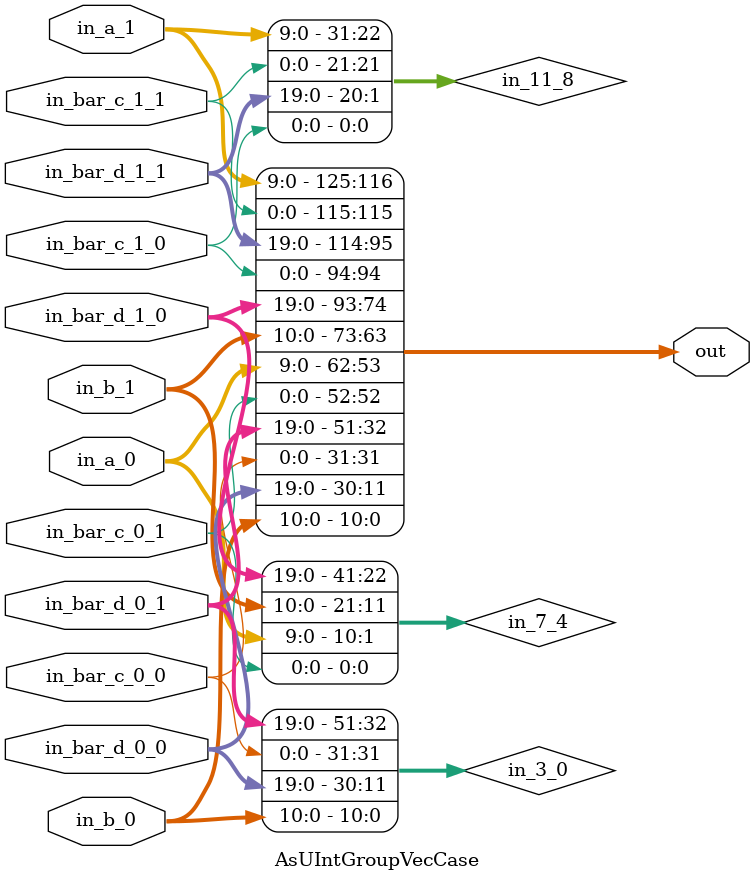
<source format=v>
module AsUIntGroupVecCase (
  input  [9:0]   in_a_0,
  input          in_bar_c_0_0,
  input  [19:0]  in_bar_d_0_0,
  input          in_bar_c_0_1,
  input  [19:0]  in_bar_d_0_1,
  input  [10:0]  in_b_0,
  input  [9:0]   in_a_1,
  input          in_bar_c_1_0,
  input  [19:0]  in_bar_d_1_0,
  input          in_bar_c_1_1,
  input  [19:0]  in_bar_d_1_1,
  input  [10:0]  in_b_1,
  output [125:0] out
);
  wire [31:0] in_11_8;
  wire [41:0] in_7_4;
  wire [51:0] in_3_0;
  assign out = {in_11_8, in_7_4, in_3_0};
  assign in_11_8 = {in_a_1, in_bar_c_1_1, in_bar_d_1_1, in_bar_c_1_0};
  assign in_7_4 = {in_bar_d_1_0, in_b_1, in_a_0, in_bar_c_0_1};
  assign in_3_0 = {in_bar_d_0_1, in_bar_c_0_0, in_bar_d_0_0, in_b_0};
endmodule

</source>
